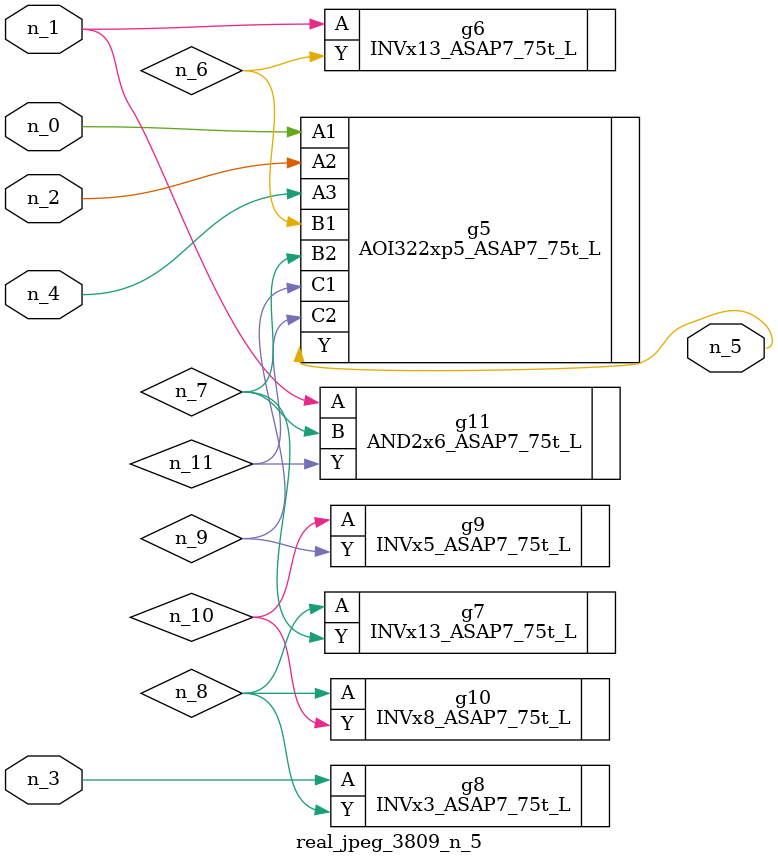
<source format=v>
module real_jpeg_3809_n_5 (n_4, n_0, n_1, n_2, n_3, n_5);

input n_4;
input n_0;
input n_1;
input n_2;
input n_3;

output n_5;

wire n_8;
wire n_11;
wire n_6;
wire n_7;
wire n_10;
wire n_9;

AOI322xp5_ASAP7_75t_L g5 ( 
.A1(n_0),
.A2(n_2),
.A3(n_4),
.B1(n_6),
.B2(n_7),
.C1(n_9),
.C2(n_11),
.Y(n_5)
);

INVx13_ASAP7_75t_L g6 ( 
.A(n_1),
.Y(n_6)
);

AND2x6_ASAP7_75t_L g11 ( 
.A(n_1),
.B(n_7),
.Y(n_11)
);

INVx3_ASAP7_75t_L g8 ( 
.A(n_3),
.Y(n_8)
);

INVx13_ASAP7_75t_L g7 ( 
.A(n_8),
.Y(n_7)
);

INVx8_ASAP7_75t_L g10 ( 
.A(n_8),
.Y(n_10)
);

INVx5_ASAP7_75t_L g9 ( 
.A(n_10),
.Y(n_9)
);


endmodule
</source>
